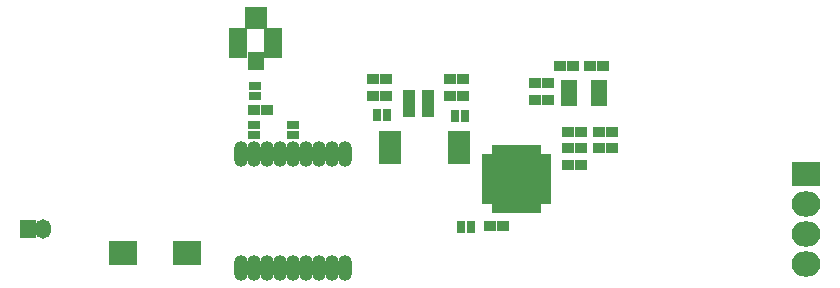
<source format=gbs>
G04 #@! TF.FileFunction,Soldermask,Bot*
%FSLAX46Y46*%
G04 Gerber Fmt 4.6, Leading zero omitted, Abs format (unit mm)*
G04 Created by KiCad (PCBNEW 4.0.5+dfsg1-4~bpo8+1) date Tue May  8 14:16:50 2018*
%MOMM*%
%LPD*%
G01*
G04 APERTURE LIST*
%ADD10C,0.100000*%
%ADD11R,1.500000X2.650000*%
%ADD12R,1.450000X1.500000*%
%ADD13R,1.924000X1.924000*%
%ADD14R,1.850000X0.850000*%
%ADD15O,1.200000X2.200000*%
%ADD16R,1.350000X1.650000*%
%ADD17O,1.350000X1.650000*%
%ADD18R,1.000000X0.900000*%
%ADD19R,0.800000X1.000000*%
%ADD20R,2.400000X2.000000*%
%ADD21R,0.650000X1.100000*%
%ADD22R,1.100000X0.650000*%
%ADD23R,2.125000X2.125000*%
%ADD24R,1.400000X2.200000*%
%ADD25R,2.432000X2.127200*%
%ADD26O,2.432000X2.127200*%
%ADD27R,1.000000X0.800000*%
G04 APERTURE END LIST*
D10*
D11*
X143375000Y-107000000D03*
X140425000Y-107000000D03*
D12*
X141900000Y-108550000D03*
D13*
X141900000Y-104900000D03*
D14*
X153250000Y-116775000D03*
X153250000Y-116125000D03*
X153250000Y-115475000D03*
X153250000Y-114825000D03*
X159150000Y-114825000D03*
X159150000Y-115475000D03*
X159150000Y-116125000D03*
X159150000Y-116775000D03*
D15*
X140680000Y-116350000D03*
X141780000Y-116350000D03*
X142880000Y-116350000D03*
X143980000Y-116350000D03*
X145080000Y-116350000D03*
X146180000Y-116350000D03*
X147280000Y-116350000D03*
X148380000Y-116350000D03*
X149480000Y-116350000D03*
X149480000Y-126050000D03*
X148380000Y-126050000D03*
X147280000Y-126050000D03*
X146180000Y-126050000D03*
X145080000Y-126050000D03*
X143980000Y-126050000D03*
X142880000Y-126050000D03*
X141780000Y-126050000D03*
X140680000Y-126050000D03*
D16*
X122630000Y-122770000D03*
D17*
X123880000Y-122770000D03*
D18*
X165550000Y-111800000D03*
X166650000Y-111800000D03*
X162850000Y-122500000D03*
X161750000Y-122500000D03*
X170950000Y-115900000D03*
X172050000Y-115900000D03*
X170950000Y-114500000D03*
X172050000Y-114500000D03*
X168350000Y-114500000D03*
X169450000Y-114500000D03*
X168350000Y-115900000D03*
X169450000Y-115900000D03*
X168750000Y-108900000D03*
X167650000Y-108900000D03*
X171350000Y-108900000D03*
X170250000Y-108900000D03*
X152950000Y-111500000D03*
X151850000Y-111500000D03*
X159450000Y-111500000D03*
X158350000Y-111500000D03*
X159450000Y-110000000D03*
X158350000Y-110000000D03*
X152950000Y-110000000D03*
X151850000Y-110000000D03*
D19*
X160150000Y-122600000D03*
X159250000Y-122600000D03*
X159650000Y-113200000D03*
X158750000Y-113200000D03*
X152150000Y-113100000D03*
X153050000Y-113100000D03*
D20*
X136100000Y-124750000D03*
X130700000Y-124750000D03*
D21*
X165750000Y-120900000D03*
X165250000Y-120900000D03*
X164750000Y-120900000D03*
X164250000Y-120900000D03*
X163750000Y-120900000D03*
X163250000Y-120900000D03*
X162750000Y-120900000D03*
X162250000Y-120900000D03*
D22*
X161600000Y-120250000D03*
X161600000Y-119750000D03*
X161600000Y-119250000D03*
X161600000Y-118750000D03*
X161600000Y-118250000D03*
X161600000Y-117750000D03*
X161600000Y-117250000D03*
X161600000Y-116750000D03*
D21*
X162250000Y-116100000D03*
X162750000Y-116100000D03*
X163250000Y-116100000D03*
X163750000Y-116100000D03*
X164250000Y-116100000D03*
X164750000Y-116100000D03*
X165250000Y-116100000D03*
X165750000Y-116100000D03*
D22*
X166400000Y-116750000D03*
X166400000Y-117250000D03*
X166400000Y-117750000D03*
X166400000Y-118250000D03*
X166400000Y-118750000D03*
X166400000Y-119250000D03*
X166400000Y-119750000D03*
X166400000Y-120250000D03*
D23*
X163137500Y-117637500D03*
X164862500Y-117637500D03*
X163137500Y-119362500D03*
X164862500Y-119362500D03*
D22*
X154900000Y-112900000D03*
X154900000Y-112500000D03*
X154900000Y-112100000D03*
X154900000Y-111700000D03*
X154900000Y-111300000D03*
X156500000Y-111300000D03*
X156500000Y-111700000D03*
X156500000Y-112100000D03*
X156500000Y-112500000D03*
X156500000Y-112900000D03*
D24*
X170950000Y-111200000D03*
X168450000Y-111200000D03*
D25*
X188520000Y-118040000D03*
D26*
X188520000Y-120580000D03*
X188520000Y-123120000D03*
X188520000Y-125660000D03*
D18*
X165550000Y-110400000D03*
X166650000Y-110400000D03*
X168350000Y-117300000D03*
X169450000Y-117300000D03*
X142890000Y-112700000D03*
X141790000Y-112700000D03*
D27*
X145100000Y-113900000D03*
X145100000Y-114800000D03*
X141780000Y-113890000D03*
X141780000Y-114790000D03*
X141850000Y-110600000D03*
X141850000Y-111500000D03*
M02*

</source>
